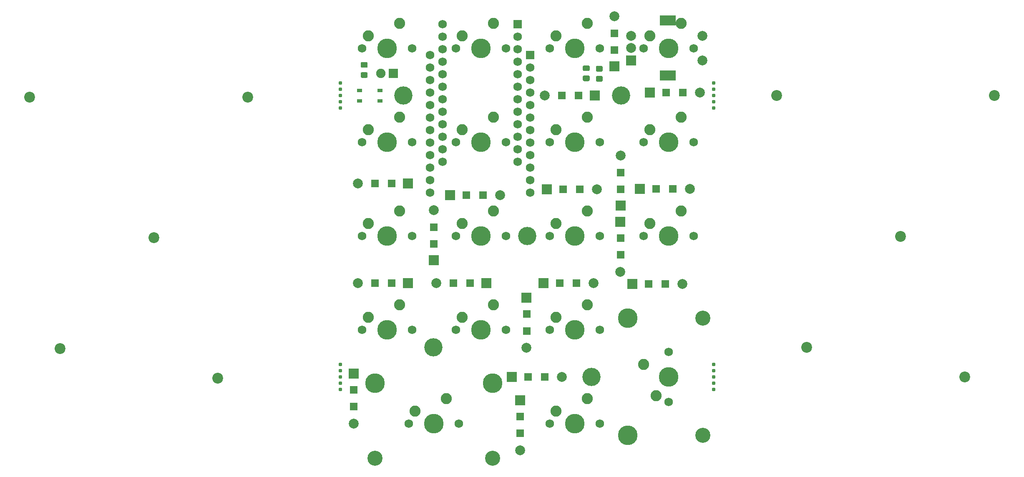
<source format=gbr>
G04 #@! TF.GenerationSoftware,KiCad,Pcbnew,(5.1.7)-1*
G04 #@! TF.CreationDate,2020-12-29T16:41:04-08:00*
G04 #@! TF.ProjectId,dropout,64726f70-6f75-4742-9e6b-696361645f70,rev?*
G04 #@! TF.SameCoordinates,Original*
G04 #@! TF.FileFunction,Soldermask,Bot*
G04 #@! TF.FilePolarity,Negative*
%FSLAX46Y46*%
G04 Gerber Fmt 4.6, Leading zero omitted, Abs format (unit mm)*
G04 Created by KiCad (PCBNEW (5.1.7)-1) date 2020-12-29 16:41:04*
%MOMM*%
%LPD*%
G01*
G04 APERTURE LIST*
%ADD10C,0.787400*%
%ADD11C,1.998980*%
%ADD12R,1.998980X1.998980*%
%ADD13R,1.524000X1.524000*%
%ADD14C,2.250000*%
%ADD15C,3.987800*%
%ADD16C,1.750000*%
%ADD17C,3.048000*%
%ADD18C,1.752600*%
%ADD19R,1.752600X1.752600*%
%ADD20R,1.905000X1.905000*%
%ADD21C,1.905000*%
%ADD22R,1.050000X0.650000*%
%ADD23C,2.200000*%
%ADD24C,3.700000*%
%ADD25C,2.000000*%
%ADD26R,3.200000X2.000000*%
%ADD27R,2.000000X2.000000*%
G04 APERTURE END LIST*
D10*
X137228000Y-128740000D03*
X137228000Y-127470000D03*
X137228000Y-123660000D03*
X137228000Y-124930000D03*
X137228000Y-126200000D03*
X213030000Y-128740000D03*
X213030000Y-127470000D03*
X213030000Y-123660000D03*
X213030000Y-124930000D03*
X213030000Y-126200000D03*
X213022000Y-71610000D03*
X213022000Y-70340000D03*
X213022000Y-66530000D03*
X213022000Y-67800000D03*
X213022000Y-69070000D03*
X137228000Y-71540000D03*
X137228000Y-70270000D03*
X137228000Y-66460000D03*
X137228000Y-67730000D03*
X137228000Y-69000000D03*
D11*
X206660000Y-107302540D03*
D12*
X196500000Y-107302540D03*
D13*
X199800000Y-107300000D03*
X203200000Y-107300000D03*
D11*
X208160000Y-88002540D03*
D12*
X198000000Y-88002540D03*
D13*
X201300000Y-88000000D03*
X204700000Y-88000000D03*
D11*
X194074578Y-81246324D03*
D12*
X194074578Y-91406324D03*
D13*
X194072038Y-88106324D03*
X194072038Y-84706324D03*
D11*
X210185168Y-68463535D03*
D12*
X200025168Y-68463535D03*
D13*
X203325168Y-68460995D03*
X206725168Y-68460995D03*
D11*
X182165778Y-126206356D03*
D12*
X172005778Y-126206356D03*
D13*
X175305778Y-126203816D03*
X178705778Y-126203816D03*
D11*
X188602343Y-107158880D03*
D12*
X178442343Y-107158880D03*
D13*
X181742343Y-107156340D03*
X185142343Y-107156340D03*
D11*
X189260000Y-88102540D03*
D12*
X179100000Y-88102540D03*
D13*
X182400000Y-88100000D03*
X185800000Y-88100000D03*
D11*
X194069498Y-104814767D03*
D12*
X194069498Y-94654767D03*
D13*
X194072038Y-97954767D03*
X194072038Y-101354767D03*
D11*
X192881412Y-52943178D03*
D12*
X192881412Y-63103178D03*
D13*
X192878872Y-59803178D03*
X192878872Y-56403178D03*
D11*
X175019482Y-120292905D03*
D12*
X175019482Y-110132905D03*
D13*
X175022022Y-113432905D03*
X175022022Y-116832905D03*
D11*
X156202540Y-92340000D03*
D12*
X156202540Y-102500000D03*
D13*
X156200000Y-99200000D03*
X156200000Y-95800000D03*
D11*
X169660000Y-89299490D03*
D12*
X159500000Y-89299490D03*
D13*
X162800000Y-89296950D03*
X166200000Y-89296950D03*
D11*
X178705778Y-69053768D03*
D12*
X188865778Y-69053768D03*
D13*
X185565778Y-69056308D03*
X182165778Y-69056308D03*
D11*
X173729460Y-141110000D03*
D12*
X173729460Y-130950000D03*
D13*
X173732000Y-134250000D03*
X173732000Y-137650000D03*
D11*
X139897460Y-135660000D03*
D12*
X139897460Y-125500000D03*
D13*
X139900000Y-128800000D03*
X139900000Y-132200000D03*
D11*
X156679197Y-107153800D03*
D12*
X166839197Y-107153800D03*
D13*
X163539197Y-107156340D03*
X160139197Y-107156340D03*
D11*
X140777624Y-107153800D03*
D12*
X150937624Y-107153800D03*
D13*
X147637624Y-107156340D03*
X144237624Y-107156340D03*
D11*
X140777624Y-86913158D03*
D12*
X150937624Y-86913158D03*
D13*
X147637624Y-86915698D03*
X144237624Y-86915698D03*
D14*
X149200800Y-73454779D03*
D15*
X146660800Y-78534779D03*
D14*
X142850800Y-75994779D03*
D16*
X141580800Y-78534779D03*
X151740800Y-78534779D03*
D14*
X198730800Y-123619779D03*
D15*
X203810800Y-126159779D03*
D14*
X201270800Y-129969779D03*
D16*
X203810800Y-131239779D03*
X203810800Y-121079779D03*
D17*
X210795800Y-138066029D03*
X210795800Y-114253529D03*
D15*
X195555800Y-138066029D03*
X195555800Y-114253529D03*
D14*
X158725800Y-130604779D03*
D15*
X156185800Y-135684779D03*
D14*
X152375800Y-133144779D03*
D16*
X151105800Y-135684779D03*
X161265800Y-135684779D03*
D17*
X144279550Y-142669779D03*
X168092050Y-142669779D03*
D15*
X144279550Y-127429779D03*
X168092050Y-127429779D03*
D18*
X175702000Y-88720000D03*
X175702000Y-68400000D03*
X155462000Y-81100000D03*
X155462000Y-86180000D03*
X155462000Y-83640000D03*
X155462000Y-60780000D03*
X175702000Y-78560000D03*
X155462000Y-70940000D03*
X175702000Y-86180000D03*
X175702000Y-65860000D03*
X175702000Y-83640000D03*
X155462000Y-76020000D03*
X155462000Y-73480000D03*
X155462000Y-68400000D03*
D19*
X175702000Y-60780000D03*
D18*
X175702000Y-63320000D03*
X175702000Y-70940000D03*
X155462000Y-78560000D03*
X175702000Y-73480000D03*
X175702000Y-81100000D03*
X155462000Y-65860000D03*
X155462000Y-63320000D03*
X155462000Y-88720000D03*
X175702000Y-76020000D03*
D19*
X173202000Y-54530000D03*
D18*
X173202000Y-57070000D03*
X173202000Y-67230000D03*
X173202000Y-64690000D03*
X173202000Y-69770000D03*
X173202000Y-77390000D03*
X173202000Y-79930000D03*
X157962000Y-82470000D03*
X157962000Y-79930000D03*
X173202000Y-74850000D03*
X157962000Y-77390000D03*
X173202000Y-59610000D03*
X173202000Y-62150000D03*
X173202000Y-72310000D03*
X157962000Y-59610000D03*
X157962000Y-72310000D03*
X157962000Y-57070000D03*
X157962000Y-62150000D03*
X157962000Y-69770000D03*
X157962000Y-54530000D03*
X173202000Y-82470000D03*
X157962000Y-67230000D03*
X157962000Y-64690000D03*
X157962000Y-74850000D03*
D14*
X168250800Y-92504779D03*
D15*
X165710800Y-97584779D03*
D14*
X161900800Y-95044779D03*
D16*
X160630800Y-97584779D03*
X170790800Y-97584779D03*
X151740800Y-59484779D03*
X141580800Y-59484779D03*
D20*
X147930800Y-64564779D03*
D21*
X145390800Y-64564779D03*
D14*
X142850800Y-56944779D03*
D15*
X146660800Y-59484779D03*
D14*
X149200800Y-54404779D03*
X187300800Y-92504779D03*
D15*
X184760800Y-97584779D03*
D14*
X180950800Y-95044779D03*
D16*
X179680800Y-97584779D03*
X189840800Y-97584779D03*
D14*
X168250600Y-73454780D03*
D15*
X165710600Y-78534780D03*
D14*
X161900600Y-75994780D03*
D16*
X160630600Y-78534780D03*
X170790600Y-78534780D03*
D14*
X187300800Y-54404779D03*
D15*
X184760800Y-59484779D03*
D14*
X180950800Y-56944779D03*
D16*
X179680800Y-59484779D03*
X189840800Y-59484779D03*
D14*
X187300800Y-73454779D03*
D15*
X184760800Y-78534779D03*
D14*
X180950800Y-75994779D03*
D16*
X179680800Y-78534779D03*
X189840800Y-78534779D03*
D14*
X206350800Y-73454779D03*
D15*
X203810800Y-78534779D03*
D14*
X200000800Y-75994779D03*
D16*
X198730800Y-78534779D03*
X208890800Y-78534779D03*
D14*
X206350600Y-54404779D03*
D15*
X203810600Y-59484779D03*
D14*
X200000600Y-56944779D03*
D16*
X198730600Y-59484779D03*
X208890600Y-59484779D03*
D22*
X145232000Y-68000000D03*
X141082000Y-68000000D03*
X145232000Y-70150000D03*
X141082000Y-70150000D03*
D23*
X250927457Y-97653685D03*
X263926757Y-126203534D03*
X231852207Y-120204135D03*
X225749506Y-69053335D03*
X269952107Y-69053335D03*
X118382607Y-69327625D03*
X112357257Y-126453175D03*
X99357957Y-97903326D03*
X80282707Y-120453776D03*
X74180006Y-69327625D03*
D24*
X149970281Y-69053266D03*
X188149562Y-126159763D03*
X175122998Y-97582172D03*
X194173014Y-69007148D03*
X156072982Y-120204066D03*
G36*
G01*
X189331999Y-65075000D02*
X190232001Y-65075000D01*
G75*
G02*
X190482000Y-65324999I0J-249999D01*
G01*
X190482000Y-65975001D01*
G75*
G02*
X190232001Y-66225000I-249999J0D01*
G01*
X189331999Y-66225000D01*
G75*
G02*
X189082000Y-65975001I0J249999D01*
G01*
X189082000Y-65324999D01*
G75*
G02*
X189331999Y-65075000I249999J0D01*
G01*
G37*
G36*
G01*
X189331999Y-63025000D02*
X190232001Y-63025000D01*
G75*
G02*
X190482000Y-63274999I0J-249999D01*
G01*
X190482000Y-63925001D01*
G75*
G02*
X190232001Y-64175000I-249999J0D01*
G01*
X189331999Y-64175000D01*
G75*
G02*
X189082000Y-63925001I0J249999D01*
G01*
X189082000Y-63274999D01*
G75*
G02*
X189331999Y-63025000I249999J0D01*
G01*
G37*
G36*
G01*
X187577458Y-64075000D02*
X186677456Y-64075000D01*
G75*
G02*
X186427457Y-63825001I0J249999D01*
G01*
X186427457Y-63174999D01*
G75*
G02*
X186677456Y-62925000I249999J0D01*
G01*
X187577458Y-62925000D01*
G75*
G02*
X187827457Y-63174999I0J-249999D01*
G01*
X187827457Y-63825001D01*
G75*
G02*
X187577458Y-64075000I-249999J0D01*
G01*
G37*
G36*
G01*
X187577458Y-66125000D02*
X186677456Y-66125000D01*
G75*
G02*
X186427457Y-65875001I0J249999D01*
G01*
X186427457Y-65224999D01*
G75*
G02*
X186677456Y-64975000I249999J0D01*
G01*
X187577458Y-64975000D01*
G75*
G02*
X187827457Y-65224999I0J-249999D01*
G01*
X187827457Y-65875001D01*
G75*
G02*
X187577458Y-66125000I-249999J0D01*
G01*
G37*
D25*
X210700000Y-56900000D03*
X210700000Y-61900000D03*
D26*
X203700000Y-53800000D03*
X203700000Y-65000000D03*
D25*
X196200000Y-56900000D03*
X196200000Y-59400000D03*
D27*
X196200000Y-61900000D03*
G36*
G01*
X141600153Y-64298069D02*
X142500155Y-64298069D01*
G75*
G02*
X142750154Y-64548068I0J-249999D01*
G01*
X142750154Y-65198070D01*
G75*
G02*
X142500155Y-65448069I-249999J0D01*
G01*
X141600153Y-65448069D01*
G75*
G02*
X141350154Y-65198070I0J249999D01*
G01*
X141350154Y-64548068D01*
G75*
G02*
X141600153Y-64298069I249999J0D01*
G01*
G37*
G36*
G01*
X141600153Y-62248069D02*
X142500155Y-62248069D01*
G75*
G02*
X142750154Y-62498068I0J-249999D01*
G01*
X142750154Y-63148070D01*
G75*
G02*
X142500155Y-63398069I-249999J0D01*
G01*
X141600153Y-63398069D01*
G75*
G02*
X141350154Y-63148070I0J249999D01*
G01*
X141350154Y-62498068D01*
G75*
G02*
X141600153Y-62248069I249999J0D01*
G01*
G37*
D14*
X206350800Y-92504779D03*
D15*
X203810800Y-97584779D03*
D14*
X200000800Y-95044779D03*
D16*
X198730800Y-97584779D03*
X208890800Y-97584779D03*
D14*
X187300800Y-130604779D03*
D15*
X184760800Y-135684779D03*
D14*
X180950800Y-133144779D03*
D16*
X179680800Y-135684779D03*
X189840800Y-135684779D03*
D14*
X168250800Y-54404779D03*
D15*
X165710800Y-59484779D03*
D14*
X161900800Y-56944779D03*
D16*
X160630800Y-59484779D03*
X170790800Y-59484779D03*
D14*
X149200800Y-92504779D03*
D15*
X146660800Y-97584779D03*
D14*
X142850800Y-95044779D03*
D16*
X141580800Y-97584779D03*
X151740800Y-97584779D03*
D14*
X149200808Y-111554755D03*
D15*
X146660808Y-116634755D03*
D14*
X142850808Y-114094755D03*
D16*
X141580808Y-116634755D03*
X151740808Y-116634755D03*
D14*
X168250800Y-111554779D03*
D15*
X165710800Y-116634779D03*
D14*
X161900800Y-114094779D03*
D16*
X160630800Y-116634779D03*
X170790800Y-116634779D03*
D14*
X187300840Y-111554755D03*
D15*
X184760840Y-116634755D03*
D14*
X180950840Y-114094755D03*
D16*
X179680840Y-116634755D03*
X189840840Y-116634755D03*
M02*

</source>
